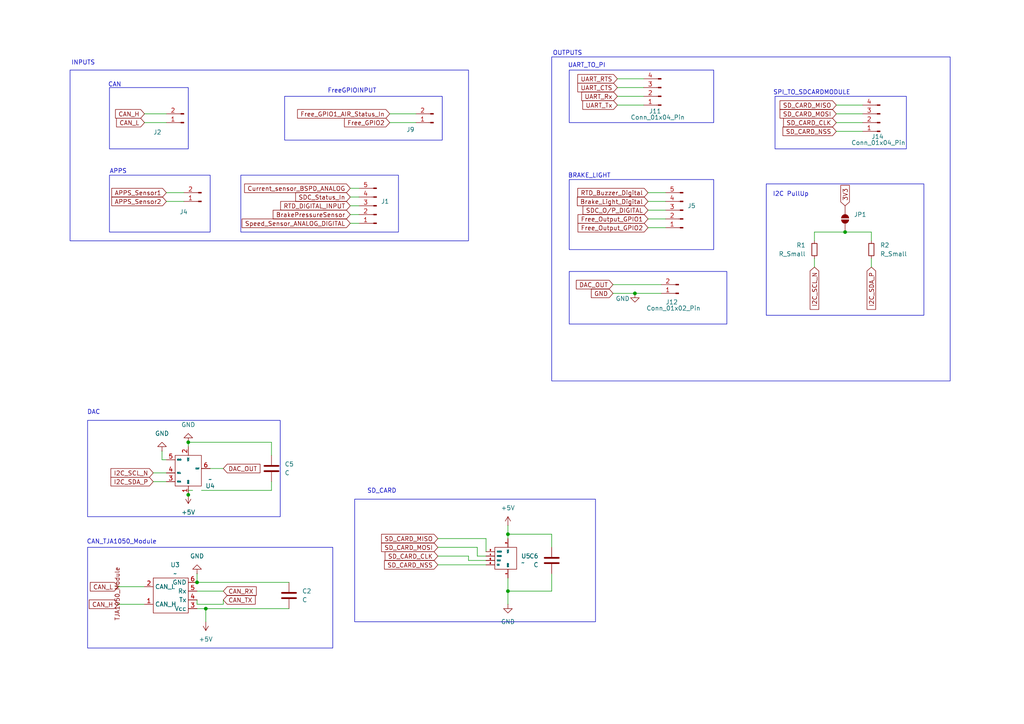
<source format=kicad_sch>
(kicad_sch (version 20231120) (generator "eeschema") (generator_version "8.0")
  (paper "A4")
  (lib_symbols
    (symbol "Connector:Conn_01x02_Pin" (pin_names (offset 1.016) hide)
      (property "Reference" "J" (at 0 2.54 0))
      (property "Value" "Conn_01x02_Pin" (at 0 -5.08 0))
      (symbol "Conn_01x02_Pin_1_1"
        (polyline (pts (xy 1.27 -2.54) (xy 0.8636 -2.54)) (stroke (width 0.1524)))
        (polyline (pts (xy 1.27 0) (xy 0.8636 0)) (stroke (width 0.1524)))
        (rectangle (start 0.8636 -2.413) (end 0 -2.667) (stroke (width 0.1524)) (fill (type outline)))
        (rectangle (start 0.8636 0.127) (end 0 -0.127) (stroke (width 0.1524)) (fill (type outline)))
        (pin passive line (at 5.08 0 180) (length 3.81) (name "Pin_1") (number "1"))
        (pin passive line (at 5.08 -2.54 180) (length 3.81) (name "Pin_2") (number "2"))
      )
    )
    (symbol "Connector:Conn_01x04_Pin" (pin_names (offset 1.016) hide)
      (property "Reference" "J" (at 0 5.08 0))
      (property "Value" "Conn_01x04_Pin" (at 0 -7.62 0))
      (symbol "Conn_01x04_Pin_1_1"
        (polyline (pts (xy 1.27 -5.08) (xy 0.8636 -5.08)) (stroke (width 0.1524)))
        (polyline (pts (xy 1.27 -2.54) (xy 0.8636 -2.54)) (stroke (width 0.1524)))
        (polyline (pts (xy 1.27 0) (xy 0.8636 0)) (stroke (width 0.1524)))
        (polyline (pts (xy 1.27 2.54) (xy 0.8636 2.54)) (stroke (width 0.1524)))
        (rectangle (start 0.8636 -4.953) (end 0 -5.207) (stroke (width 0.1524)) (fill (type outline)))
        (rectangle (start 0.8636 -2.413) (end 0 -2.667) (stroke (width 0.1524)) (fill (type outline)))
        (rectangle (start 0.8636 0.127) (end 0 -0.127) (stroke (width 0.1524)) (fill (type outline)))
        (rectangle (start 0.8636 2.667) (end 0 2.413) (stroke (width 0.1524)) (fill (type outline)))
        (pin passive line (at 5.08 2.54 180) (length 3.81) (name "Pin_1") (number "1"))
        (pin passive line (at 5.08 0 180) (length 3.81) (name "Pin_2") (number "2"))
        (pin passive line (at 5.08 -2.54 180) (length 3.81) (name "Pin_3") (number "3"))
        (pin passive line (at 5.08 -5.08 180) (length 3.81) (name "Pin_4") (number "4"))
      )
    )
    (symbol "Connector:Conn_01x05_Pin" (pin_names (offset 1.016) hide)
      (property "Reference" "J" (at 0 7.62 0))
      (property "Value" "Conn_01x05_Pin" (at 0 -7.62 0))
      (symbol "Conn_01x05_Pin_1_1"
        (polyline (pts (xy 1.27 -5.08) (xy 0.8636 -5.08)) (stroke (width 0.1524)))
        (polyline (pts (xy 1.27 -2.54) (xy 0.8636 -2.54)) (stroke (width 0.1524)))
        (polyline (pts (xy 1.27 0) (xy 0.8636 0)) (stroke (width 0.1524)))
        (polyline (pts (xy 1.27 2.54) (xy 0.8636 2.54)) (stroke (width 0.1524)))
        (polyline (pts (xy 1.27 5.08) (xy 0.8636 5.08)) (stroke (width 0.1524)))
        (rectangle (start 0.8636 -4.953) (end 0 -5.207) (stroke (width 0.1524)) (fill (type outline)))
        (rectangle (start 0.8636 -2.413) (end 0 -2.667) (stroke (width 0.1524)) (fill (type outline)))
        (rectangle (start 0.8636 0.127) (end 0 -0.127) (stroke (width 0.1524)) (fill (type outline)))
        (rectangle (start 0.8636 2.667) (end 0 2.413) (stroke (width 0.1524)) (fill (type outline)))
        (rectangle (start 0.8636 5.207) (end 0 4.953) (stroke (width 0.1524)) (fill (type outline)))
        (pin passive line (at 5.08 5.08 180) (length 3.81) (name "Pin_1") (number "1"))
        (pin passive line (at 5.08 2.54 180) (length 3.81) (name "Pin_2") (number "2"))
        (pin passive line (at 5.08 0 180) (length 3.81) (name "Pin_3") (number "3"))
        (pin passive line (at 5.08 -2.54 180) (length 3.81) (name "Pin_4") (number "4"))
        (pin passive line (at 5.08 -5.08 180) (length 3.81) (name "Pin_5") (number "5"))
      )
    )
    (symbol "Device:C" (pin_numbers hide) (pin_names (offset 0.254))
      (property "Reference" "C" (at 0.635 2.54 0))
      (property "Value" "C" (at 0.635 -2.54 0))
      (symbol "C_0_1"
        (polyline (pts (xy -2.032 -0.762) (xy 2.032 -0.762)) (stroke (width 0.508)))
        (polyline (pts (xy -2.032 0.762) (xy 2.032 0.762)) (stroke (width 0.508)))
      )
      (symbol "C_1_1"
        (pin passive line (at 0 3.81 270) (length 2.794) (name "~") (number "1"))
        (pin passive line (at 0 -3.81 90) (length 2.794) (name "~") (number "2"))
      )
    )
    (symbol "Device:R_Small" (pin_numbers hide) (pin_names (offset 0.254) hide)
      (property "Reference" "R" (at 0.762 0.508 0))
      (property "Value" "R_Small" (at 0.762 -1.016 0))
      (symbol "R_Small_0_1"
        (rectangle (start -0.762 1.778) (end 0.762 -1.778) (stroke (width 0.2032)))
      )
      (symbol "R_Small_1_1"
        (pin passive line (at 0 2.54 270) (length 0.762) (name "~") (number "1"))
        (pin passive line (at 0 -2.54 90) (length 0.762) (name "~") (number "2"))
      )
    )
    (symbol "Jumper:SolderJumper_2_Open" (pin_numbers hide) (pin_names (offset 0) hide) (exclude_from_sim yes) (in_bom no)
      (property "Reference" "JP" (at 0 2.032 0))
      (property "Value" "SolderJumper_2_Open" (at 0 -2.54 0))
      (symbol "SolderJumper_2_Open_0_1"
        (arc (start -0.254 1.016) (mid -1.2656 0) (end -0.254 -1.016))
        (arc (start -0.254 1.016) (mid -1.2656 0) (end -0.254 -1.016) (fill (type outline)))
        (polyline (pts (xy -0.254 1.016) (xy -0.254 -1.016)))
        (polyline (pts (xy 0.254 1.016) (xy 0.254 -1.016)))
        (arc (start 0.254 -1.016) (mid 1.2656 0) (end 0.254 1.016))
        (arc (start 0.254 -1.016) (mid 1.2656 0) (end 0.254 1.016) (fill (type outline)))
      )
      (symbol "SolderJumper_2_Open_1_1"
        (pin passive line (at -3.81 0 0) (length 2.54) (name "A") (number "1"))
        (pin passive line (at 3.81 0 180) (length 2.54) (name "B") (number "2"))
      )
    )
    (symbol "MCP4725_Module:mcp4725"
      (property "Reference" "U" (at 0 0 0))
      (symbol "mcp4725_0_1"
        (rectangle (start -3.81 5.08) (end 3.81 -3.81))
      )
      (symbol "mcp4725_1_1"
        (pin power_in line (at 0 7.62 270) (length 2.54) (name "GND") (number "1"))
        (pin power_in line (at 0 -6.35 90) (length 2.54) (name "VCC") (number "2"))
        (pin input line (at -6.35 3.81 0) (length 2.54) (name "SDA") (number "3"))
        (pin input line (at -6.35 1.27 0) (length 2.54) (name "SCL") (number "4"))
        (pin input line (at -6.35 -2.54 0) (length 2.54) (name "GND") (number "5"))
        (pin output line (at 6.35 0 180) (length 2.54) (name "OUT") (number "6"))
      )
    )
    (symbol "SDCardModule:SDCARD"
      (property "Reference" "U" (at 0 0 0))
      (symbol "SDCARD_0_1"
        (rectangle (start 0 -1.27) (end 6.35 -7.62))
      )
      (symbol "SDCARD_1_1"
        (pin power_in line (at 3.81 -10.16 90) (length 2.54) (name "GND") (number "1"))
        (pin power_in line (at 3.81 1.27 270) (length 2.54) (name "VCC") (number "2"))
        (pin output line (at -2.54 -2.54 0) (length 2.54) (name "MISO") (number "3"))
        (pin input line (at -2.54 -3.81 0) (length 2.54) (name "MOSI") (number "4"))
        (pin input line (at -2.54 -5.08 0) (length 2.54) (name "SCK") (number "5"))
        (pin input line (at -2.54 -6.35 0) (length 2.54) (name "CS") (number "6"))
      )
    )
    (symbol "TJA1050_Module:TJA1050_Module"
      (property "Reference" "U" (at 0 0 0))
      (symbol "TJA1050_Module_0_1"
        (rectangle (start -5.08 5.08) (end 5.08 -5.08))
      )
      (symbol "TJA1050_Module_1_1"
        (text "TJA1050_Module\n" (at 0.508 15.494 0) (effects (font (size 1.27 1.27))))
        (pin output line (at -2.54 7.62 270) (length 2.54) (name "CAN_H") (number "1"))
        (pin output line (at 2.54 7.62 270) (length 2.54) (name "CAN_L") (number "2"))
        (pin power_in line (at -3.81 -7.62 90) (length 2.54) (name "Vcc") (number "3"))
        (pin output line (at -1.27 -7.62 90) (length 2.54) (name "Tx") (number "4"))
        (pin input line (at 1.27 -7.62 90) (length 2.54) (name "Rx") (number "5"))
        (pin input line (at 3.81 -7.62 90) (length 2.54) (name "GND") (number "6"))
      )
    )
    (symbol "power:+5V" (power) (pin_numbers hide) (pin_names (offset 0) hide)
      (property "Value" "+5V" (at 0 3.556 0))
      (symbol "+5V_0_1"
        (polyline (pts (xy -0.762 1.27) (xy 0 2.54)))
        (polyline (pts (xy 0 0) (xy 0 2.54)))
        (polyline (pts (xy 0 2.54) (xy 0.762 1.27)))
      )
      (symbol "+5V_1_1"
        (pin power_in line (at 0 0 90) (length 0) (name "~") (number "1"))
      )
    )
    (symbol "power:GND" (power) (pin_numbers hide) (pin_names (offset 0) hide)
      (property "Value" "GND" (at 0 -3.81 0))
      (symbol "GND_0_1"
        (polyline (pts (xy 0 0) (xy 0 -1.27) (xy 1.27 -1.27) (xy 0 -2.54) (xy -1.27 -1.27) (xy 0 -1.27)))
      )
      (symbol "GND_1_1"
        (pin power_in line (at 0 0 270) (length 0) (name "~") (number "1"))
      )
    )
  )
  (junction (at 147.32 171.45))
  (junction (at 245.11 67.31))
  (junction (at 59.69 176.53))
  (junction (at 54.61 128.27))
  (junction (at 184.15 85.09))
  (junction (at 147.32 154.94))
  (junction (at 57.15 168.91))
  (junction (at 54.61 143.51))
  (wire (pts (xy 46.99 130.81) (xy 46.99 133.35)))
  (wire (pts (xy 59.69 176.53) (xy 59.69 180.34)))
  (wire (pts (xy 57.15 171.45) (xy 64.77 171.45)))
  (wire (pts (xy 187.96 63.5) (xy 193.04 63.5)))
  (wire (pts (xy 147.32 167.64) (xy 147.32 171.45)))
  (wire (pts (xy 177.8 85.09) (xy 184.15 85.09)))
  (wire (pts (xy 104.14 54.61) (xy 101.6 54.61)))
  (wire (pts (xy 127 156.21) (xy 140.97 156.21)))
  (wire (pts (xy 135.89 161.29) (xy 135.89 162.56)))
  (wire (pts (xy 60.96 135.89) (xy 64.77 135.89)))
  (wire (pts (xy 236.22 74.93) (xy 236.22 77.47)))
  (wire (pts (xy 48.26 58.42) (xy 53.34 58.42)))
  (wire (pts (xy 140.97 156.21) (xy 140.97 160.02)))
  (wire (pts (xy 138.43 158.75) (xy 138.43 161.29)))
  (wire (pts (xy 59.69 176.53) (xy 83.82 176.53)))
  (wire (pts (xy 252.73 69.85) (xy 252.73 67.31)))
  (wire (pts (xy 179.07 27.94) (xy 186.69 27.94)))
  (wire (pts (xy 64.77 175.26) (xy 64.77 173.99)))
  (wire (pts (xy 187.96 58.42) (xy 193.04 58.42)))
  (wire (pts (xy 54.61 143.51) (xy 54.61 142.24)))
  (wire (pts (xy 179.07 25.4) (xy 186.69 25.4)))
  (wire (pts (xy 138.43 161.29) (xy 140.97 161.29)))
  (wire (pts (xy 57.15 168.91) (xy 57.15 166.37)))
  (wire (pts (xy 55.88 142.24) (xy 54.61 142.24)))
  (wire (pts (xy 177.8 82.55) (xy 191.77 82.55)))
  (wire (pts (xy 160.02 166.37) (xy 160.02 171.45)))
  (wire (pts (xy 104.14 64.77) (xy 101.6 64.77)))
  (wire (pts (xy 242.57 30.48) (xy 250.19 30.48)))
  (wire (pts (xy 147.32 152.4) (xy 147.32 154.94)))
  (wire (pts (xy 147.32 171.45) (xy 147.32 175.26)))
  (wire (pts (xy 104.14 59.69) (xy 101.6 59.69)))
  (wire (pts (xy 34.29 175.26) (xy 41.91 175.26)))
  (wire (pts (xy 245.11 67.31) (xy 252.73 67.31)))
  (wire (pts (xy 44.45 139.7) (xy 48.26 139.7)))
  (wire (pts (xy 78.74 132.08) (xy 78.74 128.27)))
  (wire (pts (xy 46.99 133.35) (xy 48.26 133.35)))
  (wire (pts (xy 242.57 38.1) (xy 250.19 38.1)))
  (wire (pts (xy 57.15 176.53) (xy 59.69 176.53)))
  (wire (pts (xy 113.03 33.02) (xy 120.65 33.02)))
  (wire (pts (xy 78.74 139.7) (xy 78.74 142.24)))
  (wire (pts (xy 147.32 154.94) (xy 147.32 156.21)))
  (wire (pts (xy 54.61 128.27) (xy 78.74 128.27)))
  (wire (pts (xy 57.15 175.26) (xy 64.77 175.26)))
  (wire (pts (xy 127 158.75) (xy 138.43 158.75)))
  (wire (pts (xy 135.89 162.56) (xy 140.97 162.56)))
  (wire (pts (xy 54.61 129.54) (xy 54.61 128.27)))
  (wire (pts (xy 41.91 35.56) (xy 48.26 35.56)))
  (wire (pts (xy 160.02 158.75) (xy 160.02 154.94)))
  (wire (pts (xy 41.91 33.02) (xy 48.26 33.02)))
  (wire (pts (xy 147.32 154.94) (xy 160.02 154.94)))
  (wire (pts (xy 187.96 66.04) (xy 193.04 66.04)))
  (wire (pts (xy 187.96 55.88) (xy 193.04 55.88)))
  (wire (pts (xy 127 161.29) (xy 135.89 161.29)))
  (wire (pts (xy 187.96 60.96) (xy 193.04 60.96)))
  (wire (pts (xy 236.22 67.31) (xy 245.11 67.31)))
  (wire (pts (xy 78.74 142.24) (xy 58.42 142.24)))
  (wire (pts (xy 34.29 170.18) (xy 41.91 170.18)))
  (wire (pts (xy 179.07 22.86) (xy 186.69 22.86)))
  (wire (pts (xy 242.57 33.02) (xy 250.19 33.02)))
  (wire (pts (xy 242.57 35.56) (xy 250.19 35.56)))
  (wire (pts (xy 113.03 35.56) (xy 120.65 35.56)))
  (wire (pts (xy 252.73 74.93) (xy 252.73 77.47)))
  (wire (pts (xy 57.15 168.91) (xy 83.82 168.91)))
  (wire (pts (xy 236.22 69.85) (xy 236.22 67.31)))
  (wire (pts (xy 57.15 173.99) (xy 57.15 175.26)))
  (wire (pts (xy 104.14 62.23) (xy 101.6 62.23)))
  (wire (pts (xy 44.45 137.16) (xy 48.26 137.16)))
  (wire (pts (xy 160.02 171.45) (xy 147.32 171.45)))
  (wire (pts (xy 127 163.83) (xy 140.97 163.83)))
  (wire (pts (xy 48.26 55.88) (xy 53.34 55.88)))
  (wire (pts (xy 104.14 57.15) (xy 101.6 57.15)))
  (wire (pts (xy 184.15 85.09) (xy 191.77 85.09)))
  (wire (pts (xy 179.07 30.48) (xy 186.69 30.48)))
  (rectangle (start 31.75 50.8) (end 60.96 67.31))
  (rectangle (start 165.1 52.07) (end 207.01 72.39))
  (rectangle (start 25.4 158.75) (end 96.52 187.96))
  (rectangle (start 31.75 25.4) (end 54.61 43.18))
  (rectangle (start 224.79 27.94) (end 262.89 43.18))
  (rectangle (start 165.1 20.32) (end 207.01 35.56))
  (rectangle (start 69.85 50.8) (end 115.57 67.31))
  (rectangle (start 82.55 27.94) (end 128.27 40.64))
  (rectangle (start 222.25 53.34) (end 267.97 91.44))
  (rectangle (start 160.02 16.51) (end 275.59 110.49))
  (rectangle (start 165.1 78.74) (end 210.82 93.98))
  (rectangle (start 20.32 20.32) (end 135.89 69.85))
  (rectangle (start 102.87 144.78) (end 172.72 180.34))
  (rectangle (start 25.4 121.92) (end 81.28 149.86))
  (text "SD_CARD" (at 110.744 142.494 0) (effects (font (size 1.27 1.27))))
  (text "I2C PullUp\n" (at 229.362 56.388 0) (effects (font (size 1.27 1.27))))
  (text "INPUTS" (at 24.13 18.288 0) (effects (font (size 1.27 1.27))))
  (text "CAN_TJA1050_Module\n" (at 35.306 157.226 0) (effects (font (size 1.27 1.27))))
  (text "APPS\n" (at 34.29 49.784 0) (effects (font (size 1.27 1.27))))
  (text "CAN\n" (at 33.274 24.638 0) (effects (font (size 1.27 1.27))))
  (text "BRAKE_LIGHT" (at 170.942 51.054 0) (effects (font (size 1.27 1.27))))
  (text "FreeGPIOINPUT\n" (at 102.108 26.416 0) (effects (font (size 1.27 1.27))))
  (text "SPI_TO_SDCARDMODULE" (at 235.458 26.924 0) (effects (font (size 1.27 1.27))))
  (text "UART_TO_PI\n" (at 170.18 19.05 0) (effects (font (size 1.27 1.27))))
  (text "OUTPUTS" (at 164.592 15.494 0) (effects (font (size 1.27 1.27))))
  (text "DAC\n" (at 27.178 119.634 0) (effects (font (size 1.27 1.27))))
  (global_label "SDC_O{slash}P_DIGITAL" (shape input) (at 187.96 60.96 180) (property "Intersheetrefs" "${INTERSHEET_REFS}" (effects (hide yes))))
  (global_label "CAN_H" (shape input) (at 34.29 175.26 180) (property "Intersheetrefs" "${INTERSHEET_REFS}" (effects (hide yes))))
  (global_label "SD_CARD_MISO" (shape input) (at 242.57 30.48 180) (property "Intersheetrefs" "${INTERSHEET_REFS}" (effects (hide yes))))
  (global_label "I2C_SDA_P" (shape input) (at 252.73 77.47 270) (property "Intersheetrefs" "${INTERSHEET_REFS}" (effects (hide yes))))
  (global_label "Free_Output_GPIO1" (shape input) (at 187.96 63.5 180) (property "Intersheetrefs" "${INTERSHEET_REFS}" (effects (hide yes))))
  (global_label "Free_GPIO1_AIR_Status_In" (shape input) (at 113.03 33.02 180) (property "Intersheetrefs" "${INTERSHEET_REFS}" (effects (hide yes))))
  (global_label "SD_CARD_NSS" (shape input) (at 127 163.83 180) (property "Intersheetrefs" "${INTERSHEET_REFS}" (effects (hide yes))))
  (global_label "Speed_Sensor_ANALOG_DIGITAL" (shape input) (at 101.6 64.77 180) (property "Intersheetrefs" "${INTERSHEET_REFS}" (effects (hide yes))))
  (global_label "I2C_SCL_N" (shape input) (at 236.22 77.47 270) (property "Intersheetrefs" "${INTERSHEET_REFS}" (effects (hide yes))))
  (global_label "RTD_Buzzer_Digital" (shape input) (at 187.96 55.88 180) (property "Intersheetrefs" "${INTERSHEET_REFS}" (effects (hide yes))))
  (global_label "SDC_Status_In" (shape input) (at 101.6 57.15 180) (property "Intersheetrefs" "${INTERSHEET_REFS}" (effects (hide yes))))
  (global_label "I2C_SCL_N" (shape input) (at 44.45 137.16 180) (property "Intersheetrefs" "${INTERSHEET_REFS}" (effects (hide yes))))
  (global_label "SD_CARD_MOSI" (shape input) (at 242.57 33.02 180) (property "Intersheetrefs" "${INTERSHEET_REFS}" (effects (hide yes))))
  (global_label "UART_RTS" (shape input) (at 179.07 22.86 180) (property "Intersheetrefs" "${INTERSHEET_REFS}" (effects (hide yes))))
  (global_label "DAC_OUT" (shape input) (at 64.77 135.89 0) (property "Intersheetrefs" "${INTERSHEET_REFS}" (effects (hide yes))))
  (global_label "I2C_SDA_P" (shape input) (at 44.45 139.7 180) (property "Intersheetrefs" "${INTERSHEET_REFS}" (effects (hide yes))))
  (global_label "Current_sensor_BSPD_ANALOG" (shape input) (at 101.6 54.61 180) (property "Intersheetrefs" "${INTERSHEET_REFS}" (effects (hide yes))))
  (global_label "DAC_OUT" (shape input) (at 177.8 82.55 180) (property "Intersheetrefs" "${INTERSHEET_REFS}" (effects (hide yes))))
  (global_label "RTD_DIGITAL_INPUT" (shape input) (at 101.6 59.69 180) (property "Intersheetrefs" "${INTERSHEET_REFS}" (effects (hide yes))))
  (global_label "SD_CARD_NSS" (shape input) (at 242.57 38.1 180) (property "Intersheetrefs" "${INTERSHEET_REFS}" (effects (hide yes))))
  (global_label "SD_CARD_CLK" (shape input) (at 127 161.29 180) (property "Intersheetrefs" "${INTERSHEET_REFS}" (effects (hide yes))))
  (global_label "Free_Output_GPIO2" (shape input) (at 187.96 66.04 180) (property "Intersheetrefs" "${INTERSHEET_REFS}" (effects (hide yes))))
  (global_label "CAN_L" (shape input) (at 41.91 35.56 180) (property "Intersheetrefs" "${INTERSHEET_REFS}" (effects (hide yes))))
  (global_label "BrakePressureSensor" (shape input) (at 101.6 62.23 180) (property "Intersheetrefs" "${INTERSHEET_REFS}" (effects (hide yes))))
  (global_label "Free_GPIO2" (shape input) (at 113.03 35.56 180) (property "Intersheetrefs" "${INTERSHEET_REFS}" (effects (hide yes))))
  (global_label "UART_Rx" (shape input) (at 179.07 27.94 180) (property "Intersheetrefs" "${INTERSHEET_REFS}" (effects (hide yes))))
  (global_label "GND" (shape input) (at 177.8 85.09 180) (property "Intersheetrefs" "${INTERSHEET_REFS}" (effects (hide yes))))
  (global_label "SD_CARD_MISO" (shape input) (at 127 156.21 180) (property "Intersheetrefs" "${INTERSHEET_REFS}" (effects (hide yes))))
  (global_label "CAN_RX" (shape input) (at 64.77 171.45 0) (property "Intersheetrefs" "${INTERSHEET_REFS}" (effects (hide yes))))
  (global_label "SD_CARD_CLK" (shape input) (at 242.57 35.56 180) (property "Intersheetrefs" "${INTERSHEET_REFS}" (effects (hide yes))))
  (global_label "CAN_TX" (shape input) (at 64.77 173.99 0) (property "Intersheetrefs" "${INTERSHEET_REFS}" (effects (hide yes))))
  (global_label "CAN_L" (shape input) (at 34.29 170.18 180) (property "Intersheetrefs" "${INTERSHEET_REFS}" (effects (hide yes))))
  (global_label "Brake_Light_Digital" (shape input) (at 187.96 58.42 180) (property "Intersheetrefs" "${INTERSHEET_REFS}" (effects (hide yes))))
  (global_label "UART_Tx" (shape input) (at 179.07 30.48 180) (property "Intersheetrefs" "${INTERSHEET_REFS}" (effects (hide yes))))
  (global_label "3V3" (shape input) (at 245.11 59.69 90) (property "Intersheetrefs" "${INTERSHEET_REFS}" (effects (hide yes))))
  (global_label "UART_CTS" (shape input) (at 179.07 25.4 180) (property "Intersheetrefs" "${INTERSHEET_REFS}" (effects (hide yes))))
  (global_label "APPS_Sensor1" (shape input) (at 48.26 55.88 180) (property "Intersheetrefs" "${INTERSHEET_REFS}" (effects (hide yes))))
  (global_label "CAN_H" (shape input) (at 41.91 33.02 180) (property "Intersheetrefs" "${INTERSHEET_REFS}" (effects (hide yes))))
  (global_label "APPS_Sensor2" (shape input) (at 48.26 58.42 180) (property "Intersheetrefs" "${INTERSHEET_REFS}" (effects (hide yes))))
  (global_label "SD_CARD_MOSI" (shape input) (at 127 158.75 180) (property "Intersheetrefs" "${INTERSHEET_REFS}" (effects (hide yes))))
  (symbol (lib_id "TJA1050_Module:TJA1050_Module") (at 49.53 172.72 90) (unit 1)
    (property "Reference" "U3" (at 50.8 163.83 90))
    (property "Value" "~" (at 50.8 166.37 90))
    (property "Footprint" "TJA1050_Module:TJA1050_Module" (effects (hide yes)))
  )
  (symbol (lib_id "Device:R_Small") (at 236.22 72.39 0) (mirror y) (unit 1)
    (property "Reference" "R1" (at 233.68 71.1199 0) (effects (justify left)))
    (property "Value" "R_Small" (at 233.68 73.6599 0) (effects (justify left)))
    (property "Footprint" "Resistor_THT:R_Axial_DIN0204_L3.6mm_D1.6mm_P5.08mm_Horizontal" (effects (hide yes)))
    (property "Description" "Resistor, small symbol" (effects (hide yes)))
  )
  (symbol (lib_id "Device:C") (at 83.82 172.72 0) (unit 1)
    (property "Reference" "C2" (at 87.63 171.4499 0) (effects (justify left)))
    (property "Value" "C" (at 87.63 173.9899 0) (effects (justify left)))
    (property "Footprint" "Capacitor_THT:CP_Radial_D12.5mm_P7.50mm" (effects (hide yes)))
    (property "Description" "Unpolarized capacitor" (effects (hide yes)))
  )
  (symbol (lib_id "Device:C") (at 78.74 135.89 0) (unit 1)
    (property "Reference" "C5" (at 82.55 134.6199 0) (effects (justify left)))
    (property "Value" "C" (at 82.55 137.1599 0) (effects (justify left)))
    (property "Footprint" "Capacitor_THT:CP_Radial_D12.5mm_P7.50mm" (effects (hide yes)))
    (property "Description" "Unpolarized capacitor" (effects (hide yes)))
  )
  (symbol (lib_id "power:GND") (at 184.15 85.09 0) (unit 1)
    (property "Reference" "#PWR026" (effects (hide yes)))
    (property "Value" "GND" (at 180.594 86.614 0))
    (property "Description" "Power symbol creates a global label with name \"GND\" , ground" (effects (hide yes)))
  )
  (symbol (lib_id "Device:C") (at 160.02 162.56 0) (mirror y) (unit 1)
    (property "Reference" "C6" (at 156.21 161.2899 0) (effects (justify left)))
    (property "Value" "C" (at 156.21 163.8299 0) (effects (justify left)))
    (property "Footprint" "Capacitor_THT:CP_Radial_D12.5mm_P7.50mm" (effects (hide yes)))
    (property "Description" "Unpolarized capacitor" (effects (hide yes)))
  )
  (symbol (lib_id "Connector:Conn_01x02_Pin") (at 53.34 35.56 180) (unit 1)
    (property "Reference" "J2" (at 44.45 38.354 0) (effects (justify right)))
    (property "Value" "Conn_01x02_Pin" (effects (hide yes)))
    (property "Footprint" "TerminalBlock_Phoenix:TerminalBlock_Phoenix_MKDS-1,5-2-5.08_1x02_P5.08mm_Horizontal" (effects (hide yes)))
    (property "Description" "Generic connector, single row, 01x02, script generated" (effects (hide yes)))
  )
  (symbol (lib_id "power:GND") (at 147.32 175.26 0) (unit 1)
    (property "Reference" "#PWR028" (effects (hide yes)))
    (property "Value" "GND" (at 147.32 180.34 0))
    (property "Description" "Power symbol creates a global label with name \"GND\" , ground" (effects (hide yes)))
  )
  (symbol (lib_id "Jumper:SolderJumper_2_Open") (at 245.11 63.5 90) (unit 1) (exclude_from_sim yes) (in_bom no)
    (property "Reference" "JP1" (at 247.65 62.2299 90) (effects (justify right)))
    (property "Value" "SolderJumper_2_Open" (effects (hide yes)))
    (property "Footprint" "Connector_PinHeader_2.54mm:PinHeader_1x02_P2.54mm_Vertical" (effects (hide yes)))
    (property "Description" "Solder Jumper, 2-pole, open" (effects (hide yes)))
  )
  (symbol (lib_id "Connector:Conn_01x05_Pin") (at 109.22 59.69 180) (unit 1)
    (property "Reference" "J1" (at 110.49 58.4199 0) (effects (justify right)))
    (property "Value" "Conn_01x05_Pin" (effects (hide yes)))
    (property "Footprint" "Connector_PinHeader_2.54mm:PinHeader_1x05_P2.54mm_Vertical" (effects (hide yes)))
    (property "Description" "Generic connector, single row, 01x05, script generated" (effects (hide yes)))
  )
  (symbol (lib_id "SDCardModule:SDCARD") (at 143.51 157.48 0) (unit 1)
    (property "Reference" "U5" (at 151.13 161.2899 0) (effects (justify left)))
    (property "Value" "~" (at 151.13 163.195 0) (effects (justify left)))
    (property "Footprint" "sdcard_module:sdcard_module" (effects (hide yes)))
  )
  (symbol (lib_id "Connector:Conn_01x04_Pin") (at 191.77 27.94 180) (unit 1)
    (property "Reference" "J11" (at 188.214 32.258 0) (effects (justify right)))
    (property "Value" "Conn_01x04_Pin" (at 182.88 34.036 0) (effects (justify right)))
    (property "Footprint" "Connector_PinHeader_2.54mm:PinHeader_1x04_P2.54mm_Vertical" (effects (hide yes)))
    (property "Description" "Generic connector, single row, 01x04, script generated" (effects (hide yes)))
  )
  (symbol (lib_id "Connector:Conn_01x04_Pin") (at 255.27 35.56 180) (unit 1)
    (property "Reference" "J14" (at 252.73 39.624 0) (effects (justify right)))
    (property "Value" "Conn_01x04_Pin" (at 246.888 41.402 0) (effects (justify right)))
    (property "Footprint" "Connector_PinHeader_2.54mm:PinHeader_1x04_P2.54mm_Vertical" (effects (hide yes)))
    (property "Description" "Generic connector, single row, 01x04, script generated" (effects (hide yes)))
  )
  (symbol (lib_id "Connector:Conn_01x02_Pin") (at 125.73 35.56 180) (unit 1)
    (property "Reference" "J9" (at 117.856 37.592 0) (effects (justify right)))
    (property "Value" "Conn_01x02_Pin" (effects (hide yes)))
    (property "Footprint" "Connector_PinHeader_2.54mm:PinHeader_1x02_P2.54mm_Vertical" (effects (hide yes)))
    (property "Description" "Generic connector, single row, 01x02, script generated" (effects (hide yes)))
  )
  (symbol (lib_id "MCP4725_Module:mcp4725") (at 54.61 135.89 0) (mirror x) (unit 1)
    (property "Reference" "U4" (at 60.96 140.9386 0))
    (property "Value" "~" (at 60.96 139.0335 0))
    (property "Footprint" "MCP4725:MCP4725" (effects (hide yes)))
  )
  (symbol (lib_id "power:+5V") (at 59.69 180.34 180) (unit 1)
    (property "Reference" "#PWR06" (effects (hide yes)))
    (property "Value" "+5V" (at 59.69 185.42 0))
    (property "Description" "Power symbol creates a global label with name \"+5V\"" (effects (hide yes)))
  )
  (symbol (lib_id "power:GND") (at 46.99 130.81 180) (unit 1)
    (property "Reference" "#PWR03" (effects (hide yes)))
    (property "Value" "GND" (at 46.99 125.73 0))
    (property "Description" "Power symbol creates a global label with name \"GND\" , ground" (effects (hide yes)))
  )
  (symbol (lib_id "power:+5V") (at 147.32 152.4 0) (unit 1)
    (property "Reference" "#PWR027" (effects (hide yes)))
    (property "Value" "+5V" (at 147.32 147.32 0))
    (property "Description" "Power symbol creates a global label with name \"+5V\"" (effects (hide yes)))
  )
  (symbol (lib_id "Connector:Conn_01x02_Pin") (at 58.42 58.42 180) (unit 1)
    (property "Reference" "J4" (at 52.07 61.468 0) (effects (justify right)))
    (property "Value" "Conn_01x02_Pin" (effects (hide yes)))
    (property "Footprint" "Connector_PinHeader_2.54mm:PinHeader_1x02_P2.54mm_Vertical" (effects (hide yes)))
    (property "Description" "Generic connector, single row, 01x02, script generated" (effects (hide yes)))
  )
  (symbol (lib_id "power:+5V") (at 54.61 143.51 180) (unit 1)
    (property "Reference" "#PWR022" (effects (hide yes)))
    (property "Value" "+5V" (at 54.61 148.59 0))
    (property "Description" "Power symbol creates a global label with name \"+5V\"" (effects (hide yes)))
  )
  (symbol (lib_id "power:GND") (at 54.61 128.27 180) (unit 1)
    (property "Reference" "#PWR021" (effects (hide yes)))
    (property "Value" "GND" (at 54.61 123.19 0))
    (property "Description" "Power symbol creates a global label with name \"GND\" , ground" (effects (hide yes)))
  )
  (symbol (lib_id "Device:R_Small") (at 252.73 72.39 0) (unit 1)
    (property "Reference" "R2" (at 255.27 71.1199 0) (effects (justify left)))
    (property "Value" "R_Small" (at 255.27 73.6599 0) (effects (justify left)))
    (property "Footprint" "Resistor_THT:R_Axial_DIN0204_L3.6mm_D1.6mm_P5.08mm_Horizontal" (effects (hide yes)))
    (property "Description" "Resistor, small symbol" (effects (hide yes)))
  )
  (symbol (lib_id "Connector:Conn_01x02_Pin") (at 196.85 85.09 180) (unit 1)
    (property "Reference" "J12" (at 193.04 87.63 0) (effects (justify right)))
    (property "Value" "Conn_01x02_Pin" (at 187.452 89.408 0) (effects (justify right)))
    (property "Footprint" "TerminalBlock_Phoenix:TerminalBlock_Phoenix_MKDS-1,5-2-5.08_1x02_P5.08mm_Horizontal" (effects (hide yes)))
    (property "Description" "Generic connector, single row, 01x02, script generated" (effects (hide yes)))
  )
  (symbol (lib_id "power:GND") (at 57.15 166.37 180) (unit 1)
    (property "Reference" "#PWR05" (effects (hide yes)))
    (property "Value" "GND" (at 57.15 161.29 0))
    (property "Description" "Power symbol creates a global label with name \"GND\" , ground" (effects (hide yes)))
  )
  (symbol (lib_id "Connector:Conn_01x05_Pin") (at 198.12 60.96 180) (unit 1)
    (property "Reference" "J5" (at 199.39 59.6899 0) (effects (justify right)))
    (property "Value" "Conn_01x05_Pin" (effects (hide yes)))
    (property "Footprint" "Connector_PinHeader_2.54mm:PinHeader_1x05_P2.54mm_Vertical" (effects (hide yes)))
    (property "Description" "Generic connector, single row, 01x05, script generated" (effects (hide yes)))
  )
)
</source>
